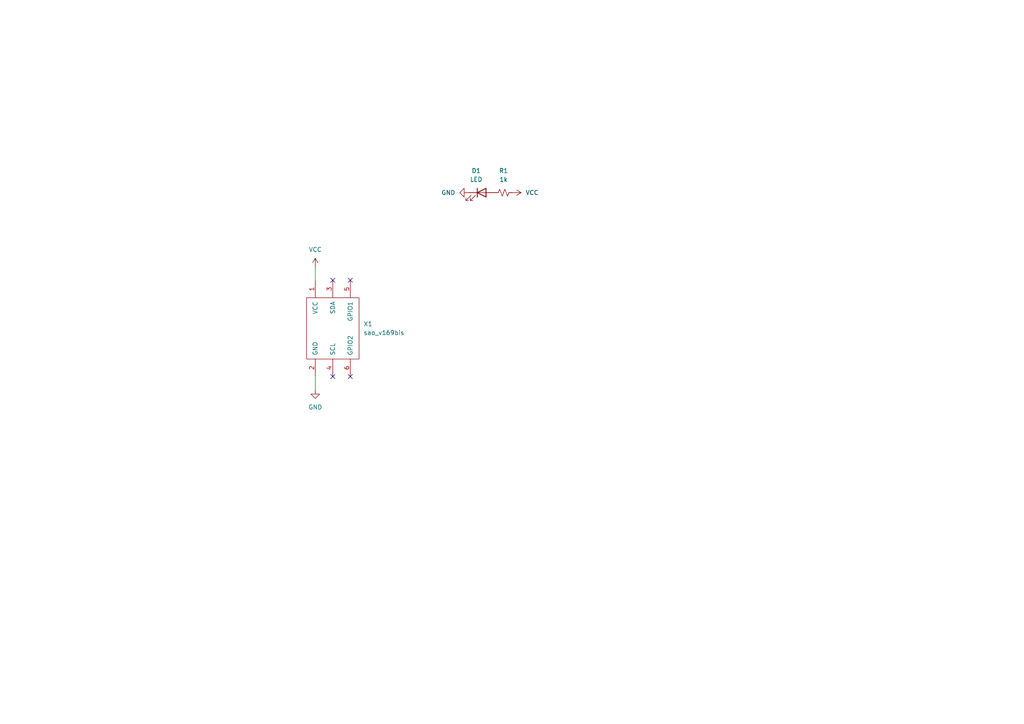
<source format=kicad_sch>
(kicad_sch (version 20211123) (generator eeschema)
  (paper "A4")
  (lib_symbols
    (symbol "BadgePiratesSymbols:Badgelife_sao_connector_v169bis" (pin_names (offset 1.016))
      (property "Reference" "X" (at 0 0 0))
      (property "Value" "Badgelife_sao_connector_v169bis" (at 0 20.32 0))
      (symbol "Badgelife_sao_connector_v169bis_0_1"
        (rectangle (start -7.62 8.89) (end 7.62 -8.89))
      )
      (symbol "Badgelife_sao_connector_v169bis_1_1"
        (pin input line (at -5.08 13.97 270) (length 5.08) (name "VCC") (number "1"))
        (pin input line (at -5.08 -13.97 90) (length 5.08) (name "GND") (number "2"))
        (pin input line (at 0 13.97 270) (length 5.08) (name "SDA") (number "3"))
        (pin input line (at 0 -13.97 90) (length 5.08) (name "SCL") (number "4"))
        (pin input line (at 5.08 13.97 270) (length 5.08) (name "GPIO1") (number "5"))
        (pin input line (at 5.08 -13.97 90) (length 5.08) (name "GPIO2") (number "6"))
      )
    )
    (symbol "Device:R_Small_US" (pin_numbers hide) (pin_names (offset 0.254) hide)
      (property "Reference" "R" (at 0.762 0.508 0))
      (property "Value" "R_Small_US" (at 0.762 -1.016 0))
      (symbol "R_Small_US_1_1"
        (polyline (pts (xy 0 0) (xy 1.016 -0.381) (xy 0 -0.762) (xy -1.016 -1.143) (xy 0 -1.524)))
        (polyline (pts (xy 0 1.524) (xy 1.016 1.143) (xy 0 0.762) (xy -1.016 0.381) (xy 0 0)))
        (pin passive line (at 0 2.54 270) (length 1.016) (name "~") (number "1"))
        (pin passive line (at 0 -2.54 90) (length 1.016) (name "~") (number "2"))
      )
    )
    (symbol "LED:IR26-21C_L110_TR8" (pin_numbers hide) (pin_names (offset 1.016) hide)
      (property "Reference" "D" (at 0 2.54 0))
      (property "Value" "IR26-21C_L110_TR8" (at 0 -3.81 0))
      (symbol "IR26-21C_L110_TR8_0_1"
        (polyline (pts (xy -1.27 -1.27) (xy -1.27 1.27)) (stroke (width 0.254)))
        (polyline (pts (xy -1.27 0) (xy 1.27 0)))
        (polyline (pts (xy 1.27 -1.27) (xy 1.27 1.27) (xy -1.27 0) (xy 1.27 -1.27)) (stroke (width 0.254)))
        (polyline (pts (xy -3.048 -0.762) (xy -4.572 -2.286) (xy -3.81 -2.286) (xy -4.572 -2.286) (xy -4.572 -1.524)))
        (polyline (pts (xy -1.778 -0.762) (xy -3.302 -2.286) (xy -2.54 -2.286) (xy -3.302 -2.286) (xy -3.302 -1.524)))
      )
      (symbol "IR26-21C_L110_TR8_1_1"
        (pin passive line (at -3.81 0 0) (length 2.54) (name "K") (number "1"))
        (pin passive line (at 3.81 0 180) (length 2.54) (name "A") (number "2"))
      )
    )
    (symbol "power:GND" (power) (pin_names (offset 0))
      (property "Value" "GND" (at 0 -3.81 0))
      (symbol "GND_0_1"
        (polyline (pts (xy 0 0) (xy 0 -1.27) (xy 1.27 -1.27) (xy 0 -2.54) (xy -1.27 -1.27) (xy 0 -1.27)))
      )
      (symbol "GND_1_1"
        (pin power_in line (at 0 0 270) (length 0) hide (name "GND") (number "1"))
      )
    )
    (symbol "power:VCC" (power) (pin_names (offset 0))
      (property "Value" "VCC" (at 0 3.81 0))
      (symbol "VCC_0_1"
        (polyline (pts (xy -0.762 1.27) (xy 0 2.54)))
        (polyline (pts (xy 0 0) (xy 0 2.54)))
        (polyline (pts (xy 0 2.54) (xy 0.762 1.27)))
      )
      (symbol "VCC_1_1"
        (pin power_in line (at 0 0 90) (length 0) hide (name "VCC") (number "1"))
      )
    )
  )
  (no_connect (at 96.52 81.28))
  (no_connect (at 101.6 81.28))
  (no_connect (at 96.52 109.22))
  (no_connect (at 101.6 109.22))
  (wire (pts (xy 91.44 77.47) (xy 91.44 81.28)))
  (wire (pts (xy 91.44 109.22) (xy 91.44 113.03)))
  (symbol (lib_id "power:VCC") (at 148.59 55.88 270) (unit 1)
    (property "Reference" "#PWR04" (effects hide))
    (property "Value" "VCC" (at 152.4 55.8799 90) (effects (justify left)))
  )
  (symbol (lib_id "BadgePiratesSymbols:Badgelife_sao_connector_v169bis") (at 96.52 95.25 0) (unit 1)
    (property "Reference" "X1" (at 105.41 93.9799 0) (effects (justify left)))
    (property "Value" "sao_v169bis" (at 105.41 96.5199 0) (effects (justify left)))
    (property "Footprint" "BadgePirates:Badgelife-SAOv169-SAO_Side_B.SLK" (effects hide))
  )
  (symbol (lib_id "power:GND") (at 135.89 55.88 270) (unit 1)
    (property "Reference" "#PWR03" (effects hide))
    (property "Value" "GND" (at 132.08 55.8799 90) (effects (justify right)))
  )
  (symbol (lib_id "power:VCC") (at 91.44 77.47 0) (unit 1)
    (property "Reference" "#PWR01" (effects hide))
    (property "Value" "VCC" (at 91.44 72.39 0))
  )
  (symbol (lib_id "Device:R_Small_US") (at 146.05 55.88 90) (unit 1)
    (property "Reference" "R1" (at 146.05 49.53 90))
    (property "Value" "1k" (at 146.05 52.07 90))
    (property "Footprint" "BadgePirates:R_1206_3216Metric" (effects hide))
  )
  (symbol (lib_id "power:GND") (at 91.44 113.03 0) (unit 1)
    (property "Reference" "#PWR02" (effects hide))
    (property "Value" "GND" (at 91.44 118.11 0))
  )
  (symbol (lib_id "LED:IR26-21C_L110_TR8") (at 139.7 55.88 0) (unit 1)
    (property "Reference" "D1" (at 138.1125 49.53 0))
    (property "Value" "LED" (at 138.1125 52.07 0))
    (property "Footprint" "BadgePirates:LED_Osram_Lx_P47F_D2mm_ReverseMount_Proper_Mask Only" (effects hide))
    (property "Datasheet" "http://www.everlight.com/file/ProductFile/IR26-21C-L110-TR8.pdf" (effects hide))
  )
)
</source>
